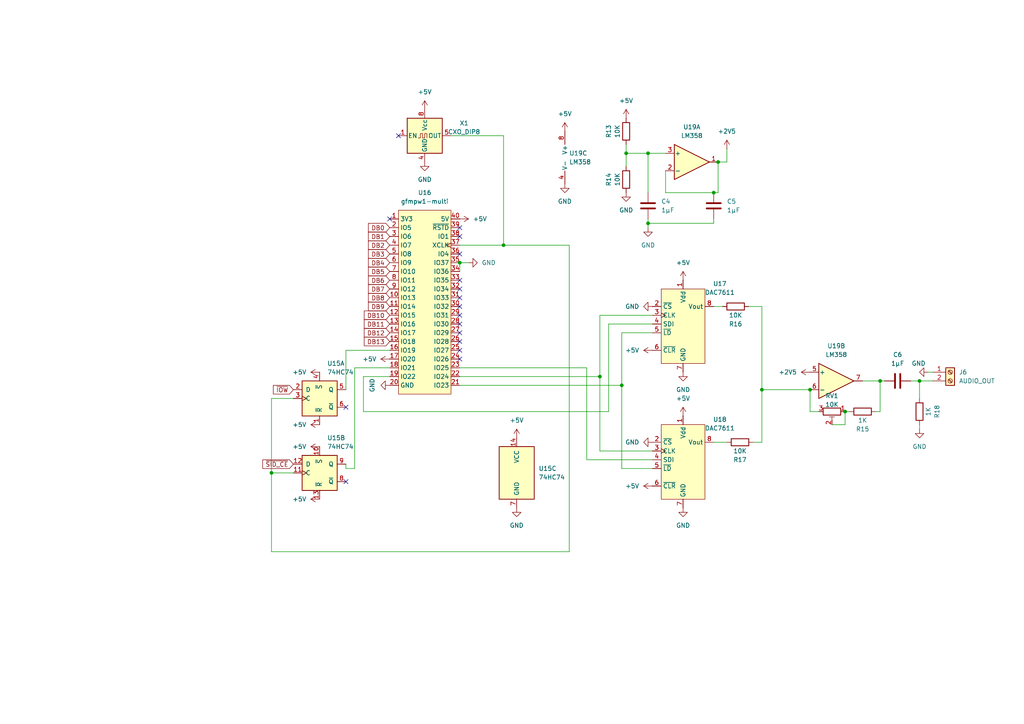
<source format=kicad_sch>
(kicad_sch (version 20250114) (generator "eeschema") (generator_version "9.0")
  (paper "A4")
  (lib_symbols
    (symbol "74xx:74HC74" (pin_names (offset 1.016))
      (property "Reference" "U" (at -7.62 8.89 0))
      (property "Value" "74HC74" (at -7.62 -8.89 0))
      (symbol "74HC74_1_0"
        (pin input line (at -7.62 2.54 0) (length 2.54) (name "D") (number "2"))
        (pin input clock (at -7.62 0 0) (length 2.54) (name "C") (number "3"))
        (pin input line (at 0 7.62 270) (length 2.54) (name "~{S}") (number "4"))
        (pin input line (at 0 -7.62 90) (length 2.54) (name "~{R}") (number "1"))
        (pin output line (at 7.62 2.54 180) (length 2.54) (name "Q") (number "5"))
        (pin output line (at 7.62 -2.54 180) (length 2.54) (name "~{Q}") (number "6"))
      )
      (symbol "74HC74_1_1"
        (rectangle (start -5.08 5.08) (end 5.08 -5.08) (stroke (width 0.254)) (fill (type background)))
      )
      (symbol "74HC74_2_0"
        (pin input line (at -7.62 2.54 0) (length 2.54) (name "D") (number "12"))
        (pin input clock (at -7.62 0 0) (length 2.54) (name "C") (number "11"))
        (pin input line (at 0 7.62 270) (length 2.54) (name "~{S}") (number "10"))
        (pin input line (at 0 -7.62 90) (length 2.54) (name "~{R}") (number "13"))
        (pin output line (at 7.62 2.54 180) (length 2.54) (name "Q") (number "9"))
        (pin output line (at 7.62 -2.54 180) (length 2.54) (name "~{Q}") (number "8"))
      )
      (symbol "74HC74_2_1"
        (rectangle (start -5.08 5.08) (end 5.08 -5.08) (stroke (width 0.254)) (fill (type background)))
      )
      (symbol "74HC74_3_0"
        (pin power_in line (at 0 10.16 270) (length 2.54) (name "VCC") (number "14"))
        (pin power_in line (at 0 -10.16 90) (length 2.54) (name "GND") (number "7"))
      )
      (symbol "74HC74_3_1"
        (rectangle (start -5.08 7.62) (end 5.08 -7.62) (stroke (width 0.254)) (fill (type background)))
      )
    )
    (symbol "Amplifier_Operational:LM358" (pin_names (offset 0.127))
      (property "Reference" "U" (at 0 5.08 0))
      (property "Value" "LM358" (at 0 -5.08 0))
      (symbol "LM358_1_1"
        (polyline (pts (xy -5.08 5.08) (xy 5.08 0) (xy -5.08 -5.08) (xy -5.08 5.08)) (stroke (width 0.254)) (fill (type background)))
        (pin input line (at -7.62 2.54 0) (length 2.54) (name "+") (number "3"))
        (pin input line (at -7.62 -2.54 0) (length 2.54) (name "-") (number "2"))
        (pin output line (at 7.62 0 180) (length 2.54) (name "~") (number "1"))
      )
      (symbol "LM358_2_1"
        (polyline (pts (xy -5.08 5.08) (xy 5.08 0) (xy -5.08 -5.08) (xy -5.08 5.08)) (stroke (width 0.254)) (fill (type background)))
        (pin input line (at -7.62 2.54 0) (length 2.54) (name "+") (number "5"))
        (pin input line (at -7.62 -2.54 0) (length 2.54) (name "-") (number "6"))
        (pin output line (at 7.62 0 180) (length 2.54) (name "~") (number "7"))
      )
      (symbol "LM358_3_1"
        (pin power_in line (at -2.54 7.62 270) (length 3.81) (name "V+") (number "8"))
        (pin power_in line (at -2.54 -7.62 90) (length 3.81) (name "V-") (number "4"))
      )
    )
    (symbol "Connector:Screw_Terminal_01x02" (pin_names (offset 1.016) (hide yes))
      (property "Reference" "J" (at 0 2.54 0))
      (property "Value" "Screw_Terminal_01x02" (at 0 -5.08 0))
      (symbol "Screw_Terminal_01x02_1_1"
        (rectangle (start -1.27 1.27) (end 1.27 -3.81) (stroke (width 0.254)) (fill (type background)))
        (polyline (pts (xy -0.5334 0.3302) (xy 0.3302 -0.508)) (stroke (width 0.1524)))
        (polyline (pts (xy -0.5334 -2.2098) (xy 0.3302 -3.048)) (stroke (width 0.1524)))
        (polyline (pts (xy -0.3556 0.508) (xy 0.508 -0.3302)) (stroke (width 0.1524)))
        (polyline (pts (xy -0.3556 -2.032) (xy 0.508 -2.8702)) (stroke (width 0.1524)))
        (circle (center 0 0) (radius 0.635) (stroke (width 0.1524)))
        (circle (center 0 -2.54) (radius 0.635) (stroke (width 0.1524)))
        (pin passive line (at -5.08 0 0) (length 3.81) (name "Pin_1") (number "1"))
        (pin passive line (at -5.08 -2.54 0) (length 3.81) (name "Pin_2") (number "2"))
      )
    )
    (symbol "Device:C" (pin_numbers (hide yes)) (pin_names (offset 0.254))
      (property "Reference" "C" (at 0.635 2.54 0))
      (property "Value" "C" (at 0.635 -2.54 0))
      (symbol "C_0_1"
        (polyline (pts (xy -2.032 0.762) (xy 2.032 0.762)) (stroke (width 0.508)))
        (polyline (pts (xy -2.032 -0.762) (xy 2.032 -0.762)) (stroke (width 0.508)))
      )
      (symbol "C_1_1"
        (pin passive line (at 0 3.81 270) (length 2.794) (name "~") (number "1"))
        (pin passive line (at 0 -3.81 90) (length 2.794) (name "~") (number "2"))
      )
    )
    (symbol "Device:R" (pin_numbers (hide yes)) (pin_names (offset 0))
      (property "Reference" "R" (at 2.032 0 90))
      (property "Value" "R" (at 0 0 90))
      (symbol "R_0_1"
        (rectangle (start -1.016 -2.54) (end 1.016 2.54) (stroke (width 0.254)))
      )
      (symbol "R_1_1"
        (pin passive line (at 0 3.81 270) (length 1.27) (name "~") (number "1"))
        (pin passive line (at 0 -3.81 90) (length 1.27) (name "~") (number "2"))
      )
    )
    (symbol "Device:R_Potentiometer_Trim" (pin_names (offset 1.016) (hide yes))
      (property "Reference" "RV" (at -4.445 0 90))
      (property "Value" "R_Potentiometer_Trim" (at -2.54 0 90))
      (symbol "R_Potentiometer_Trim_0_1"
        (rectangle (start 1.016 2.54) (end -1.016 -2.54) (stroke (width 0.254)))
        (polyline (pts (xy 1.524 0.762) (xy 1.524 -0.762)))
        (polyline (pts (xy 2.54 0) (xy 1.524 0)))
      )
      (symbol "R_Potentiometer_Trim_1_1"
        (pin passive line (at 0 3.81 270) (length 1.27) (name "1") (number "1"))
        (pin passive line (at 0 -3.81 90) (length 1.27) (name "3") (number "3"))
        (pin passive line (at 3.81 0 180) (length 1.27) (name "2") (number "2"))
      )
    )
    (symbol "Oscillator:CXO_DIP8" (pin_names (offset 0.254))
      (property "Reference" "X" (at -5.08 6.35 0))
      (property "Value" "CXO_DIP8" (at 1.27 -6.35 0))
      (symbol "CXO_DIP8_0_1"
        (rectangle (start -5.08 5.08) (end 5.08 -5.08) (stroke (width 0.254)) (fill (type background)))
        (polyline (pts (xy -1.905 -0.635) (xy -1.27 -0.635) (xy -1.27 0.635) (xy -0.635 0.635) (xy -0.635 -0.635) (xy 0 -0.635) (xy 0 0.635) (xy 0.635 0.635) (xy 0.635 -0.635)))
      )
      (symbol "CXO_DIP8_1_1"
        (pin input line (at -7.62 0 0) (length 2.54) (name "EN") (number "1"))
        (pin power_in line (at 0 7.62 270) (length 2.54) (name "Vcc") (number "8"))
        (pin power_in line (at 0 -7.62 90) (length 2.54) (name "GND") (number "4"))
        (pin output line (at 7.62 0 180) (length 2.54) (name "OUT") (number "5"))
      )
    )
    (symbol "Tholin:DAC7611"
      (property "Reference" "U" (at 0 0 0))
      (property "Value" "DAC7611" (at 0 0 0))
      (symbol "DAC7611_1_1"
        (rectangle (start -6.35 -2.54) (end 6.35 -24.13) (fill (type background)))
        (pin input line (at -8.89 -7.62 0) (length 2.54) (name "~{CS}") (number "2"))
        (pin input clock (at -8.89 -10.16 0) (length 2.54) (name "CLK") (number "3"))
        (pin input line (at -8.89 -12.7 0) (length 2.54) (name "SDI") (number "4"))
        (pin input line (at -8.89 -15.24 0) (length 2.54) (name "~{LD}") (number "5"))
        (pin input line (at -8.89 -20.32 0) (length 2.54) (name "~{CLR}") (number "6"))
        (pin power_in line (at 0 0 270) (length 2.54) (name "Vdd") (number "1"))
        (pin power_in line (at 0 -26.67 90) (length 2.54) (name "GND") (number "7"))
        (pin power_out line (at 8.89 -7.62 180) (length 2.54) (name "Vout") (number "8"))
      )
    )
    (symbol "Tholin:gfmpw1-multi"
      (property "Reference" "U" (at 0 0 0))
      (property "Value" "gfmpw1-multi" (at 0 0 0))
      (symbol "gfmpw1-multi_1_1"
        (rectangle (start -7.62 -1.27) (end 7.62 -54.61) (fill (type background)))
        (pin power_out line (at -10.16 -3.81 0) (length 2.54) (name "3V3") (number "1"))
        (pin bidirectional line (at -10.16 -6.35 0) (length 2.54) (name "IO5") (number "2"))
        (pin bidirectional line (at -10.16 -8.89 0) (length 2.54) (name "IO6") (number "3"))
        (pin bidirectional line (at -10.16 -11.43 0) (length 2.54) (name "IO7") (number "4"))
        (pin bidirectional line (at -10.16 -13.97 0) (length 2.54) (name "IO8") (number "5"))
        (pin bidirectional line (at -10.16 -16.51 0) (length 2.54) (name "IO9") (number "6"))
        (pin bidirectional line (at -10.16 -19.05 0) (length 2.54) (name "IO10") (number "7"))
        (pin bidirectional line (at -10.16 -21.59 0) (length 2.54) (name "IO11") (number "8"))
        (pin bidirectional line (at -10.16 -24.13 0) (length 2.54) (name "IO12") (number "9"))
        (pin bidirectional line (at -10.16 -26.67 0) (length 2.54) (name "IO13") (number "10"))
        (pin bidirectional line (at -10.16 -29.21 0) (length 2.54) (name "IO14") (number "11"))
        (pin bidirectional line (at -10.16 -31.75 0) (length 2.54) (name "IO15") (number "12"))
        (pin bidirectional line (at -10.16 -34.29 0) (length 2.54) (name "IO16") (number "13"))
        (pin bidirectional line (at -10.16 -36.83 0) (length 2.54) (name "IO17") (number "14"))
        (pin bidirectional line (at -10.16 -39.37 0) (length 2.54) (name "IO18") (number "15"))
        (pin bidirectional line (at -10.16 -41.91 0) (length 2.54) (name "IO19") (number "16"))
        (pin bidirectional line (at -10.16 -44.45 0) (length 2.54) (name "IO20") (number "17"))
        (pin bidirectional line (at -10.16 -46.99 0) (length 2.54) (name "IO21") (number "18"))
        (pin bidirectional line (at -10.16 -49.53 0) (length 2.54) (name "IO22") (number "19"))
        (pin power_in line (at -10.16 -52.07 0) (length 2.54) (name "GND") (number "20"))
        (pin power_in line (at 10.16 -3.81 180) (length 2.54) (name "5V") (number "40"))
        (pin input line (at 10.16 -6.35 180) (length 2.54) (name "~{RSTD}") (number "39"))
        (pin bidirectional line (at 10.16 -8.89 180) (length 2.54) (name "IO1") (number "38"))
        (pin input clock (at 10.16 -11.43 180) (length 2.54) (name "XCLK") (number "37"))
        (pin bidirectional line (at 10.16 -13.97 180) (length 2.54) (name "IO4") (number "36"))
        (pin bidirectional line (at 10.16 -16.51 180) (length 2.54) (name "IO37") (number "35"))
        (pin bidirectional line (at 10.16 -19.05 180) (length 2.54) (name "IO36") (number "34"))
        (pin bidirectional line (at 10.16 -21.59 180) (length 2.54) (name "IO35") (number "33"))
        (pin bidirectional line (at 10.16 -24.13 180) (length 2.54) (name "IO34") (number "32"))
        (pin bidirectional line (at 10.16 -26.67 180) (length 2.54) (name "IO33") (number "31"))
        (pin bidirectional line (at 10.16 -29.21 180) (length 2.54) (name "IO32") (number "30"))
        (pin bidirectional line (at 10.16 -31.75 180) (length 2.54) (name "IO31") (number "29"))
        (pin bidirectional line (at 10.16 -34.29 180) (length 2.54) (name "IO30") (number "28"))
        (pin bidirectional line (at 10.16 -36.83 180) (length 2.54) (name "IO29") (number "27"))
        (pin bidirectional line (at 10.16 -39.37 180) (length 2.54) (name "IO28") (number "26"))
        (pin bidirectional line (at 10.16 -41.91 180) (length 2.54) (name "IO27") (number "25"))
        (pin bidirectional line (at 10.16 -44.45 180) (length 2.54) (name "IO26") (number "24"))
        (pin bidirectional line (at 10.16 -46.99 180) (length 2.54) (name "IO25") (number "23"))
        (pin bidirectional line (at 10.16 -49.53 180) (length 2.54) (name "IO24") (number "22"))
        (pin bidirectional line (at 10.16 -52.07 180) (length 2.54) (name "IO23") (number "21"))
      )
    )
    (symbol "power:+2V5" (power) (pin_numbers (hide yes)) (pin_names (offset 0) (hide yes))
      (property "Value" "+2V5" (at 0 3.556 0))
      (symbol "+2V5_0_1"
        (polyline (pts (xy -0.762 1.27) (xy 0 2.54)))
        (polyline (pts (xy 0 2.54) (xy 0.762 1.27)))
        (polyline (pts (xy 0 0) (xy 0 2.54)))
      )
      (symbol "+2V5_1_1"
        (pin power_in line (at 0 0 90) (length 0) (name "~") (number "1"))
      )
    )
    (symbol "power:+5V" (power) (pin_numbers (hide yes)) (pin_names (offset 0) (hide yes))
      (property "Value" "+5V" (at 0 3.556 0))
      (symbol "+5V_0_1"
        (polyline (pts (xy -0.762 1.27) (xy 0 2.54)))
        (polyline (pts (xy 0 2.54) (xy 0.762 1.27)))
        (polyline (pts (xy 0 0) (xy 0 2.54)))
      )
      (symbol "+5V_1_1"
        (pin power_in line (at 0 0 90) (length 0) (name "~") (number "1"))
      )
    )
    (symbol "power:GND" (power) (pin_names (offset 0))
      (property "Value" "GND" (at 0 -3.81 0))
      (symbol "GND_0_1"
        (polyline (pts (xy 0 0) (xy 0 -1.27) (xy 1.27 -1.27) (xy 0 -2.54) (xy -1.27 -1.27) (xy 0 -1.27)))
      )
      (symbol "GND_1_1"
        (pin power_in line (at 0 0 270) (length 0) (hide yes) (name "GND") (number "1"))
      )
    )
  )
  (junction (at 207.01 55.88))
  (junction (at 173.99 109.22))
  (junction (at 266.7 110.49))
  (junction (at 133.35 76.2))
  (junction (at 180.34 111.76))
  (junction (at 181.61 44.45))
  (junction (at 234.95 113.03))
  (junction (at 146.05 71.12))
  (junction (at 255.27 110.49))
  (junction (at 220.98 113.03))
  (junction (at 78.74 137.16))
  (junction (at 245.11 119.38))
  (junction (at 187.96 44.45))
  (junction (at 208.28 46.99))
  (junction (at 187.96 64.77))
  (no_connect (at 133.35 66.04))
  (no_connect (at 133.35 91.44))
  (no_connect (at 133.35 88.9))
  (no_connect (at 133.35 81.28))
  (no_connect (at 100.33 139.7))
  (no_connect (at 133.35 83.82))
  (no_connect (at 133.35 96.52))
  (no_connect (at 115.57 39.37))
  (no_connect (at 133.35 104.14))
  (no_connect (at 133.35 99.06))
  (no_connect (at 100.33 118.11))
  (no_connect (at 133.35 93.98))
  (no_connect (at 133.35 68.58))
  (no_connect (at 133.35 86.36))
  (no_connect (at 133.35 73.66))
  (no_connect (at 133.35 101.6))
  (no_connect (at 113.03 63.5))
  (wire (pts (xy 180.34 135.89) (xy 180.34 111.76)))
  (wire (pts (xy 146.05 39.37) (xy 146.05 71.12)))
  (wire (pts (xy 173.99 91.44) (xy 189.23 91.44)))
  (wire (pts (xy 113.03 106.68) (xy 102.87 106.68)))
  (wire (pts (xy 220.98 113.03) (xy 234.95 113.03)))
  (wire (pts (xy 102.87 135.89) (xy 100.33 135.89)))
  (wire (pts (xy 255.27 110.49) (xy 256.54 110.49)))
  (wire (pts (xy 170.18 133.35) (xy 189.23 133.35)))
  (wire (pts (xy 264.16 110.49) (xy 266.7 110.49)))
  (wire (pts (xy 181.61 44.45) (xy 181.61 41.91)))
  (wire (pts (xy 187.96 44.45) (xy 187.96 55.88)))
  (wire (pts (xy 250.19 110.49) (xy 255.27 110.49)))
  (wire (pts (xy 176.53 93.98) (xy 189.23 93.98)))
  (wire (pts (xy 255.27 110.49) (xy 255.27 119.38)))
  (wire (pts (xy 180.34 111.76) (xy 180.34 96.52)))
  (wire (pts (xy 165.1 71.12) (xy 146.05 71.12)))
  (wire (pts (xy 208.28 55.88) (xy 207.01 55.88)))
  (wire (pts (xy 220.98 128.27) (xy 218.44 128.27)))
  (wire (pts (xy 245.11 123.19) (xy 245.11 119.38)))
  (wire (pts (xy 78.74 115.57) (xy 78.74 137.16)))
  (wire (pts (xy 207.01 88.9) (xy 209.55 88.9)))
  (wire (pts (xy 176.53 119.38) (xy 176.53 93.98)))
  (wire (pts (xy 217.17 88.9) (xy 220.98 88.9)))
  (wire (pts (xy 193.04 55.88) (xy 193.04 49.53)))
  (wire (pts (xy 105.41 119.38) (xy 176.53 119.38)))
  (wire (pts (xy 113.03 109.22) (xy 105.41 109.22)))
  (wire (pts (xy 220.98 113.03) (xy 220.98 128.27)))
  (wire (pts (xy 130.81 39.37) (xy 146.05 39.37)))
  (wire (pts (xy 133.35 106.68) (xy 170.18 106.68)))
  (wire (pts (xy 246.38 119.38) (xy 245.11 119.38)))
  (wire (pts (xy 207.01 55.88) (xy 193.04 55.88)))
  (wire (pts (xy 187.96 64.77) (xy 207.01 64.77)))
  (wire (pts (xy 207.01 63.5) (xy 207.01 64.77)))
  (wire (pts (xy 78.74 137.16) (xy 78.74 160.02)))
  (wire (pts (xy 85.09 115.57) (xy 78.74 115.57)))
  (wire (pts (xy 187.96 44.45) (xy 181.61 44.45)))
  (wire (pts (xy 189.23 130.81) (xy 173.99 130.81)))
  (wire (pts (xy 269.24 107.95) (xy 270.51 107.95)))
  (wire (pts (xy 234.95 119.38) (xy 237.49 119.38)))
  (wire (pts (xy 181.61 44.45) (xy 181.61 48.26)))
  (wire (pts (xy 210.82 46.99) (xy 208.28 46.99)))
  (wire (pts (xy 133.35 109.22) (xy 173.99 109.22)))
  (wire (pts (xy 165.1 160.02) (xy 165.1 71.12)))
  (wire (pts (xy 173.99 109.22) (xy 173.99 91.44)))
  (wire (pts (xy 133.35 76.2) (xy 135.89 76.2)))
  (wire (pts (xy 241.3 123.19) (xy 245.11 123.19)))
  (wire (pts (xy 100.33 135.89) (xy 100.33 134.62)))
  (wire (pts (xy 208.28 46.99) (xy 208.28 55.88)))
  (wire (pts (xy 102.87 106.68) (xy 102.87 135.89)))
  (wire (pts (xy 100.33 101.6) (xy 100.33 113.03)))
  (wire (pts (xy 189.23 135.89) (xy 180.34 135.89)))
  (wire (pts (xy 220.98 88.9) (xy 220.98 113.03)))
  (wire (pts (xy 133.35 111.76) (xy 180.34 111.76)))
  (wire (pts (xy 207.01 128.27) (xy 210.82 128.27)))
  (wire (pts (xy 234.95 113.03) (xy 234.95 119.38)))
  (wire (pts (xy 187.96 64.77) (xy 187.96 66.04)))
  (wire (pts (xy 180.34 96.52) (xy 189.23 96.52)))
  (wire (pts (xy 255.27 119.38) (xy 254 119.38)))
  (wire (pts (xy 105.41 109.22) (xy 105.41 119.38)))
  (wire (pts (xy 173.99 130.81) (xy 173.99 109.22)))
  (wire (pts (xy 266.7 110.49) (xy 266.7 115.57)))
  (wire (pts (xy 113.03 101.6) (xy 100.33 101.6)))
  (wire (pts (xy 266.7 110.49) (xy 270.51 110.49)))
  (wire (pts (xy 187.96 63.5) (xy 187.96 64.77)))
  (wire (pts (xy 193.04 44.45) (xy 187.96 44.45)))
  (wire (pts (xy 170.18 106.68) (xy 170.18 133.35)))
  (wire (pts (xy 210.82 43.18) (xy 210.82 46.99)))
  (wire (pts (xy 146.05 71.12) (xy 133.35 71.12)))
  (wire (pts (xy 78.74 160.02) (xy 165.1 160.02)))
  (wire (pts (xy 85.09 137.16) (xy 78.74 137.16)))
  (wire (pts (xy 133.35 78.74) (xy 133.35 76.2)))
  (wire (pts (xy 266.7 123.19) (xy 266.7 124.46)))
  (global_label "DB11" (shape input) (at 113.03 93.98 180) (property "Intersheetrefs" "${INTERSHEET_REFS}" (effects (hide yes))))
  (global_label "DB4" (shape input) (at 113.03 76.2 180) (property "Intersheetrefs" "${INTERSHEET_REFS}" (effects (hide yes))))
  (global_label "DB9" (shape input) (at 113.03 88.9 180) (property "Intersheetrefs" "${INTERSHEET_REFS}" (effects (hide yes))))
  (global_label "~{IOW}" (shape input) (at 85.09 113.03 180) (property "Intersheetrefs" "${INTERSHEET_REFS}" (effects (hide yes))))
  (global_label "DB1" (shape input) (at 113.03 68.58 180) (property "Intersheetrefs" "${INTERSHEET_REFS}" (effects (hide yes))))
  (global_label "~{SID_CE}" (shape input) (at 85.09 134.62 180) (property "Intersheetrefs" "${INTERSHEET_REFS}" (effects (hide yes))))
  (global_label "DB12" (shape input) (at 113.03 96.52 180) (property "Intersheetrefs" "${INTERSHEET_REFS}" (effects (hide yes))))
  (global_label "DB7" (shape input) (at 113.03 83.82 180) (property "Intersheetrefs" "${INTERSHEET_REFS}" (effects (hide yes))))
  (global_label "DB6" (shape input) (at 113.03 81.28 180) (property "Intersheetrefs" "${INTERSHEET_REFS}" (effects (hide yes))))
  (global_label "DB8" (shape input) (at 113.03 86.36 180) (property "Intersheetrefs" "${INTERSHEET_REFS}" (effects (hide yes))))
  (global_label "DB0" (shape input) (at 113.03 66.04 180) (property "Intersheetrefs" "${INTERSHEET_REFS}" (effects (hide yes))))
  (global_label "DB3" (shape input) (at 113.03 73.66 180) (property "Intersheetrefs" "${INTERSHEET_REFS}" (effects (hide yes))))
  (global_label "DB13" (shape input) (at 113.03 99.06 180) (property "Intersheetrefs" "${INTERSHEET_REFS}" (effects (hide yes))))
  (global_label "DB5" (shape input) (at 113.03 78.74 180) (property "Intersheetrefs" "${INTERSHEET_REFS}" (effects (hide yes))))
  (global_label "DB10" (shape input) (at 113.03 91.44 180) (property "Intersheetrefs" "${INTERSHEET_REFS}" (effects (hide yes))))
  (global_label "DB2" (shape input) (at 113.03 71.12 180) (property "Intersheetrefs" "${INTERSHEET_REFS}" (effects (hide yes))))
  (symbol (lib_id "power:+2V5") (at 210.82 43.18 0) (unit 1)
    (property "Reference" "#PWR076" (effects (hide yes)))
    (property "Value" "+2V5" (at 210.82 38.1 0))
    (property "Description" "Power symbol creates a global label with name \"+2V5\"" (effects (hide yes)))
  )
  (symbol (lib_id "power:+5V") (at 163.83 38.1 0) (unit 1)
    (property "Reference" "#PWR071" (effects (hide yes)))
    (property "Value" "+5V" (at 163.83 33.02 0))
    (property "Description" "Power symbol creates a global label with name \"+5V\"" (effects (hide yes)))
  )
  (symbol (lib_id "74xx:74HC74") (at 92.71 137.16 0) (unit 2)
    (property "Reference" "U15" (at 94.9041 127 0) (effects (justify left)))
    (property "Value" "74HC74" (at 94.9041 129.54 0) (effects (justify left)))
    (property "Footprint" "Package_SO:SO-14_3.9x8.65mm_P1.27mm" (effects (hide yes)))
    (property "Datasheet" "74xx/74hc_hct74.pdf" (effects (hide yes)))
    (property "Description" "Dual D Flip-flop, Set & Reset" (effects (hide yes)))
    (property "VerilogCode" "ttl_74hc74 U31(D_2, C_3, nS_4, nR_1, Q_5, nQ_6, D_12, C_11, nS_10, nR_13, Q_9, nQ_8);" (effects (hide yes)))
  )
  (symbol (lib_id "power:+5V") (at 113.03 104.14 90) (unit 1)
    (property "Reference" "#PWR055" (effects (hide yes)))
    (property "Value" "+5V" (at 109.22 104.1399 90) (effects (justify left)))
    (property "Description" "Power symbol creates a global label with name \"+5V\"" (effects (hide yes)))
  )
  (symbol (lib_id "Device:R_Potentiometer_Trim") (at 241.3 119.38 270) (unit 1)
    (property "Reference" "RV1" (at 241.3 114.808 90))
    (property "Value" "10K" (at 241.3 117.348 90))
    (property "Footprint" "Potentiometer_THT:Potentiometer_ACP_CA9-V10_Vertical" (effects (hide yes)))
  )
  (symbol (lib_id "power:+5V") (at 92.71 144.78 90) (unit 1)
    (property "Reference" "#PWR054" (effects (hide yes)))
    (property "Value" "+5V" (at 88.9 144.7799 90) (effects (justify left)))
    (property "Description" "Power symbol creates a global label with name \"+5V\"" (effects (hide yes)))
  )
  (symbol (lib_id "power:GND") (at 181.61 55.88 0) (unit 1)
    (property "Reference" "#PWR074" (effects (hide yes)))
    (property "Value" "GND" (at 181.61 60.96 0))
  )
  (symbol (lib_id "Tholin:gfmpw1-multi") (at 123.19 59.69 0) (unit 1)
    (property "Reference" "U16" (at 123.19 55.88 0))
    (property "Value" "gfmpw1-multi" (at 123.19 58.42 0))
    (property "Footprint" "Package_DIP:DIP-40_W15.24mm_Socket" (effects (hide yes)))
    (property "Datasheet" "https://avalonsemiconductors.github.io/GFMPW-1-MULTI/sid.html" (effects (hide yes)))
  )
  (symbol (lib_id "power:+2V5") (at 234.95 107.95 90) (unit 1)
    (property "Reference" "#PWR077" (effects (hide yes)))
    (property "Value" "+2V5" (at 231.14 107.9499 90) (effects (justify left)))
    (property "Description" "Power symbol creates a global label with name \"+2V5\"" (effects (hide yes)))
  )
  (symbol (lib_id "74xx:74HC74") (at 149.86 137.16 0) (unit 3)
    (property "Reference" "U15" (at 156.21 135.8899 0) (effects (justify left)))
    (property "Value" "74HC74" (at 156.21 138.4299 0) (effects (justify left)))
    (property "Footprint" "Package_SO:SO-14_3.9x8.65mm_P1.27mm" (effects (hide yes)))
    (property "Datasheet" "74xx/74hc_hct74.pdf" (effects (hide yes)))
    (property "Description" "Dual D Flip-flop, Set & Reset" (effects (hide yes)))
    (property "VerilogCode" "ttl_74hc74 U31(D_2, C_3, nS_4, nR_1, Q_5, nQ_6, D_12, C_11, nS_10, nR_13, Q_9, nQ_8);" (effects (hide yes)))
  )
  (symbol (lib_id "power:+5V") (at 123.19 31.75 0) (unit 1)
    (property "Reference" "#PWR062" (effects (hide yes)))
    (property "Value" "+5V" (at 123.19 26.67 0))
    (property "Description" "Power symbol creates a global label with name \"+5V\"" (effects (hide yes)))
  )
  (symbol (lib_id "power:GND") (at 149.86 147.32 0) (unit 1)
    (property "Reference" "#PWR060" (effects (hide yes)))
    (property "Value" "GND" (at 149.86 152.4 0))
  )
  (symbol (lib_id "Device:C") (at 187.96 59.69 180) (unit 1)
    (property "Reference" "C4" (at 191.77 58.4199 0) (effects (justify right)))
    (property "Value" "1µF" (at 191.77 60.9599 0) (effects (justify right)))
    (property "Footprint" "Capacitor_SMD:C_0805_2012Metric_Pad1.18x1.45mm_HandSolder" (effects (hide yes)))
  )
  (symbol (lib_id "Device:R") (at 214.63 128.27 90) (unit 1)
    (property "Reference" "R17" (at 214.63 133.35 90))
    (property "Value" "10K" (at 214.63 130.81 90))
    (property "Footprint" "Resistor_SMD:R_1206_3216Metric_Pad1.30x1.75mm_HandSolder" (effects (hide yes)))
  )
  (symbol (lib_id "Tholin:DAC7611") (at 198.12 81.28 0) (unit 1)
    (property "Reference" "U17" (at 208.788 82.296 0))
    (property "Value" "DAC7611" (at 208.788 84.836 0))
    (property "Footprint" "Package_DIP:DIP-8_W7.62mm" (effects (hide yes)))
    (property "Datasheet" "https://files.tholin.dev/Public/Datasheets/AnalogDevices/dac7611.pdf" (effects (hide yes)))
  )
  (symbol (lib_id "Oscillator:CXO_DIP8") (at 123.19 39.37 0) (unit 1)
    (property "Reference" "X1" (at 134.62 35.7221 0))
    (property "Value" "CXO_DIP8" (at 134.62 38.2621 0))
    (property "Footprint" "Oscillator:Oscillator_DIP-8" (effects (hide yes)))
    (property "Datasheet" "http://cdn-reichelt.de/documents/datenblatt/B400/OSZI.pdf" (effects (hide yes)))
  )
  (symbol (lib_id "Device:R") (at 181.61 52.07 0) (unit 1)
    (property "Reference" "R14" (at 176.53 52.07 90))
    (property "Value" "10K" (at 179.07 52.07 90))
    (property "Footprint" "Resistor_SMD:R_1206_3216Metric_Pad1.30x1.75mm_HandSolder" (effects (hide yes)))
  )
  (symbol (lib_id "Device:R") (at 250.19 119.38 90) (unit 1)
    (property "Reference" "R15" (at 250.19 124.46 90))
    (property "Value" "1K" (at 250.19 121.92 90))
    (property "Footprint" "Resistor_SMD:R_1206_3216Metric_Pad1.30x1.75mm_HandSolder" (effects (hide yes)))
  )
  (symbol (lib_id "power:+5V") (at 198.12 120.65 0) (unit 1)
    (property "Reference" "#PWR069" (effects (hide yes)))
    (property "Value" "+5V" (at 198.12 115.57 0))
    (property "Description" "Power symbol creates a global label with name \"+5V\"" (effects (hide yes)))
  )
  (symbol (lib_id "Device:C") (at 260.35 110.49 270) (unit 1)
    (property "Reference" "C6" (at 260.35 102.87 90))
    (property "Value" "1µF" (at 260.35 105.41 90))
    (property "Footprint" "Capacitor_SMD:C_0805_2012Metric_Pad1.18x1.45mm_HandSolder" (effects (hide yes)))
  )
  (symbol (lib_id "power:GND") (at 269.24 107.95 270) (unit 1)
    (property "Reference" "#PWR079" (effects (hide yes)))
    (property "Value" "GND" (at 268.478 105.41 90) (effects (justify right)))
  )
  (symbol (lib_id "power:+5V") (at 181.61 34.29 0) (unit 1)
    (property "Reference" "#PWR073" (effects (hide yes)))
    (property "Value" "+5V" (at 181.61 29.21 0))
    (property "Description" "Power symbol creates a global label with name \"+5V\"" (effects (hide yes)))
  )
  (symbol (lib_id "power:GND") (at 198.12 107.95 0) (unit 1)
    (property "Reference" "#PWR064" (effects (hide yes)))
    (property "Value" "GND" (at 198.12 113.03 0))
  )
  (symbol (lib_id "power:+5V") (at 92.71 107.95 90) (unit 1)
    (property "Reference" "#PWR051" (effects (hide yes)))
    (property "Value" "+5V" (at 88.9 107.9499 90) (effects (justify left)))
    (property "Description" "Power symbol creates a global label with name \"+5V\"" (effects (hide yes)))
  )
  (symbol (lib_id "Amplifier_Operational:LM358") (at 242.57 110.49 0) (unit 2)
    (property "Reference" "U19" (at 242.57 100.33 0))
    (property "Value" "LM358" (at 242.57 102.87 0))
    (property "Footprint" "Package_DIP:DIP-8_W7.62mm" (effects (hide yes)))
    (property "Datasheet" "http://www.ti.com/lit/ds/symlink/lm2904-n.pdf" (effects (hide yes)))
    (property "Description" "Low-Power, Dual Operational Amplifiers, DIP-8/SOIC-8/TO-99-8" (effects (hide yes)))
  )
  (symbol (lib_id "Device:C") (at 207.01 59.69 180) (unit 1)
    (property "Reference" "C5" (at 210.82 58.4199 0) (effects (justify right)))
    (property "Value" "1µF" (at 210.82 60.9599 0) (effects (justify right)))
    (property "Footprint" "Capacitor_SMD:C_0805_2012Metric_Pad1.18x1.45mm_HandSolder" (effects (hide yes)))
  )
  (symbol (lib_id "Device:R") (at 266.7 119.38 180) (unit 1)
    (property "Reference" "R18" (at 271.78 119.38 90))
    (property "Value" "1K" (at 269.24 119.38 90))
    (property "Footprint" "Resistor_SMD:R_1206_3216Metric_Pad1.30x1.75mm_HandSolder" (effects (hide yes)))
  )
  (symbol (lib_id "Amplifier_Operational:LM358") (at 200.66 46.99 0) (unit 1)
    (property "Reference" "U19" (at 200.66 36.83 0))
    (property "Value" "LM358" (at 200.66 39.37 0))
    (property "Footprint" "Package_DIP:DIP-8_W7.62mm" (effects (hide yes)))
    (property "Datasheet" "http://www.ti.com/lit/ds/symlink/lm2904-n.pdf" (effects (hide yes)))
    (property "Description" "Low-Power, Dual Operational Amplifiers, DIP-8/SOIC-8/TO-99-8" (effects (hide yes)))
  )
  (symbol (lib_id "power:+5V") (at 198.12 81.28 0) (unit 1)
    (property "Reference" "#PWR063" (effects (hide yes)))
    (property "Value" "+5V" (at 198.12 76.2 0))
    (property "Description" "Power symbol creates a global label with name \"+5V\"" (effects (hide yes)))
  )
  (symbol (lib_id "Device:R") (at 181.61 38.1 0) (unit 1)
    (property "Reference" "R13" (at 176.53 38.1 90))
    (property "Value" "10K" (at 179.07 38.1 90))
    (property "Footprint" "Resistor_SMD:R_1206_3216Metric_Pad1.30x1.75mm_HandSolder" (effects (hide yes)))
  )
  (symbol (lib_id "power:GND") (at 266.7 124.46 0) (unit 1)
    (property "Reference" "#PWR078" (effects (hide yes)))
    (property "Value" "GND" (at 266.7 129.54 0))
  )
  (symbol (lib_id "power:+5V") (at 92.71 123.19 90) (unit 1)
    (property "Reference" "#PWR052" (effects (hide yes)))
    (property "Value" "+5V" (at 88.9 123.1899 90) (effects (justify left)))
    (property "Description" "Power symbol creates a global label with name \"+5V\"" (effects (hide yes)))
  )
  (symbol (lib_id "74xx:74HC74") (at 92.71 115.57 0) (unit 1)
    (property "Reference" "U15" (at 94.9041 105.41 0) (effects (justify left)))
    (property "Value" "74HC74" (at 94.9041 107.95 0) (effects (justify left)))
    (property "Footprint" "Package_SO:SO-14_3.9x8.65mm_P1.27mm" (effects (hide yes)))
    (property "Datasheet" "74xx/74hc_hct74.pdf" (effects (hide yes)))
    (property "Description" "Dual D Flip-flop, Set & Reset" (effects (hide yes)))
    (property "VerilogCode" "ttl_74hc74 U31(D_2, C_3, nS_4, nR_1, Q_5, nQ_6, D_12, C_11, nS_10, nR_13, Q_9, nQ_8);" (effects (hide yes)))
  )
  (symbol (lib_id "Connector:Screw_Terminal_01x02") (at 275.59 107.95 0) (unit 1)
    (property "Reference" "J6" (at 278.13 107.9499 0) (effects (justify left)))
    (property "Value" "AUDIO_OUT" (at 278.13 110.4899 0) (effects (justify left)))
    (property "Footprint" "TerminalBlock:TerminalBlock_bornier-2_P5.08mm" (effects (hide yes)))
    (property "Description" "Generic screw terminal, single row, 01x02, script generated (kicad-library-utils/schlib/autogen/connector/)" (effects (hide yes)))
  )
  (symbol (lib_id "power:+5V") (at 189.23 140.97 90) (unit 1)
    (property "Reference" "#PWR068" (effects (hide yes)))
    (property "Value" "+5V" (at 185.42 140.9699 90) (effects (justify left)))
    (property "Description" "Power symbol creates a global label with name \"+5V\"" (effects (hide yes)))
  )
  (symbol (lib_id "power:GND") (at 163.83 53.34 0) (unit 1)
    (property "Reference" "#PWR072" (effects (hide yes)))
    (property "Value" "GND" (at 163.83 58.42 0))
  )
  (symbol (lib_id "power:GND") (at 198.12 147.32 0) (unit 1)
    (property "Reference" "#PWR070" (effects (hide yes)))
    (property "Value" "GND" (at 198.12 152.4 0))
  )
  (symbol (lib_id "power:GND") (at 135.89 76.2 90) (unit 1)
    (property "Reference" "#PWR058" (effects (hide yes)))
    (property "Value" "GND" (at 139.7 76.1999 90) (effects (justify right)))
  )
  (symbol (lib_id "power:GND") (at 187.96 66.04 0) (unit 1)
    (property "Reference" "#PWR075" (effects (hide yes)))
    (property "Value" "GND" (at 187.96 71.12 0))
  )
  (symbol (lib_id "power:+5V") (at 189.23 101.6 90) (unit 1)
    (property "Reference" "#PWR065" (effects (hide yes)))
    (property "Value" "+5V" (at 185.42 101.5999 90) (effects (justify left)))
    (property "Description" "Power symbol creates a global label with name \"+5V\"" (effects (hide yes)))
  )
  (symbol (lib_id "power:+5V") (at 133.35 63.5 270) (unit 1)
    (property "Reference" "#PWR057" (effects (hide yes)))
    (property "Value" "+5V" (at 137.16 63.4999 90) (effects (justify left)))
    (property "Description" "Power symbol creates a global label with name \"+5V\"" (effects (hide yes)))
  )
  (symbol (lib_id "power:GND") (at 113.03 111.76 270) (unit 1)
    (property "Reference" "#PWR056" (effects (hide yes)))
    (property "Value" "GND" (at 107.95 111.76 0))
    (property "Sim.Device" "V" (effects (hide yes)))
    (property "Sim.Type" "DC" (effects (hide yes)))
    (property "Sim.Pins" "1=+" (effects (hide yes)))
    (property "Sim.Params" "dc=0" (effects (hide yes)))
  )
  (symbol (lib_id "Amplifier_Operational:LM358") (at 166.37 45.72 0) (unit 3)
    (property "Reference" "U19" (at 165.1 44.4499 0) (effects (justify left)))
    (property "Value" "LM358" (at 165.1 46.9899 0) (effects (justify left)))
    (property "Footprint" "Package_DIP:DIP-8_W7.62mm" (effects (hide yes)))
    (property "Datasheet" "http://www.ti.com/lit/ds/symlink/lm2904-n.pdf" (effects (hide yes)))
    (property "Description" "Low-Power, Dual Operational Amplifiers, DIP-8/SOIC-8/TO-99-8" (effects (hide yes)))
  )
  (symbol (lib_id "Tholin:DAC7611") (at 198.12 120.65 0) (unit 1)
    (property "Reference" "U18" (at 208.788 121.666 0))
    (property "Value" "DAC7611" (at 208.788 124.206 0))
    (property "Footprint" "Package_DIP:DIP-8_W7.62mm" (effects (hide yes)))
    (property "Datasheet" "https://files.tholin.dev/Public/Datasheets/AnalogDevices/dac7611.pdf" (effects (hide yes)))
  )
  (symbol (lib_id "Device:R") (at 213.36 88.9 90) (unit 1)
    (property "Reference" "R16" (at 213.36 93.98 90))
    (property "Value" "10K" (at 213.36 91.44 90))
    (property "Footprint" "Resistor_SMD:R_1206_3216Metric_Pad1.30x1.75mm_HandSolder" (effects (hide yes)))
  )
  (symbol (lib_id "power:GND") (at 189.23 88.9 270) (unit 1)
    (property "Reference" "#PWR066" (effects (hide yes)))
    (property "Value" "GND" (at 185.42 88.8999 90) (effects (justify right)))
  )
  (symbol (lib_id "power:GND") (at 123.19 46.99 0) (unit 1)
    (property "Reference" "#PWR061" (effects (hide yes)))
    (property "Value" "GND" (at 123.19 52.07 0))
  )
  (symbol (lib_id "power:+5V") (at 92.71 129.54 90) (unit 1)
    (property "Reference" "#PWR053" (effects (hide yes)))
    (property "Value" "+5V" (at 88.9 129.5399 90) (effects (justify left)))
    (property "Description" "Power symbol creates a global label with name \"+5V\"" (effects (hide yes)))
  )
  (symbol (lib_id "power:GND") (at 189.23 128.27 270) (unit 1)
    (property "Reference" "#PWR067" (effects (hide yes)))
    (property "Value" "GND" (at 185.42 128.2699 90) (effects (justify right)))
  )
  (symbol (lib_id "power:+5V") (at 149.86 127 0) (unit 1)
    (property "Reference" "#PWR059" (effects (hide yes)))
    (property "Value" "+5V" (at 149.86 121.92 0))
    (property "Description" "Power symbol creates a global label with name \"+5V\"" (effects (hide yes)))
  )
)
</source>
